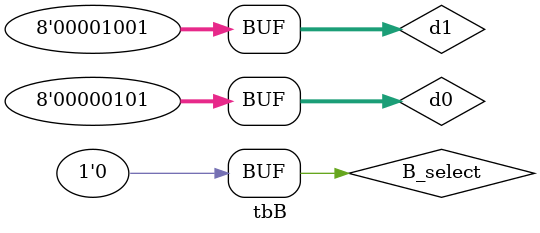
<source format=v>
`timescale 1ns / 1ps

module tbB;

	// Inputs
	reg [7:0] d0;
	reg [7:0] d1;
	reg B_select;

	// Outputs
	wire [7:0] op;

	// Instantiate the Unit Under Test (UUT)
	Bmux uut (
		.d0(d0), 
		.d1(d1), 
		.B_select(B_select), 
		.op(op)
	);

	initial begin
		// Initialize Inputs
		d0 = 5;
		d1 = 9;
		B_select = 0;

		// Wait 100 ns for global reset to finish
		#100;
        
		// Add stimulus here

	end
      
endmodule


</source>
